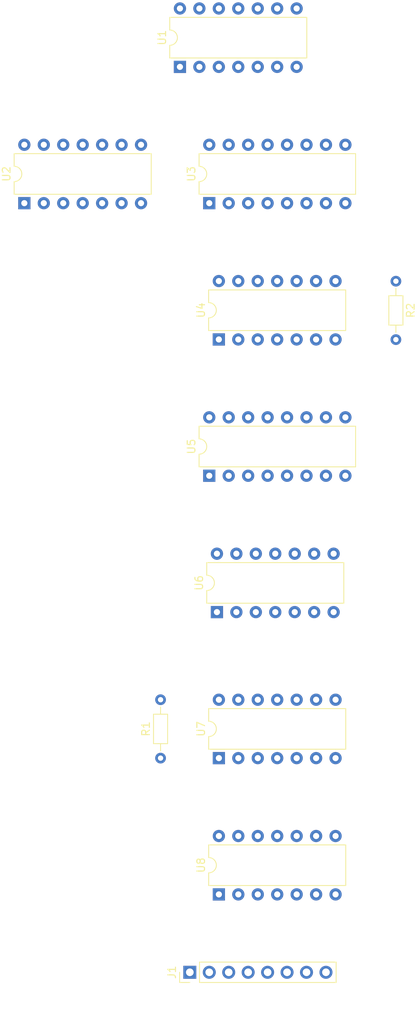
<source format=kicad_pcb>
(kicad_pcb (version 20211014) (generator pcbnew)
  (layers (0 "F.Cu" mixed) (31 "B.Cu" mixed) (36 "B.SilkS" user "B.Silkscreen") (37 "F.SilkS" user "F.Silkscreen") (38 "B.Mask" user) (39 "F.Mask" user) (44 "Edge.Cuts" user))
  (net 0 "")
  (net 1 "VCC")
  (net 4 "GND")
  (net 5 "Net-(J1-Pad7)")
  (net 6 "Net-(J1-Pad4)")
  (net 7 "Net-(J1-Pad5)")
  (net 9 "Net-(U1-Pad14)")
  (net 10 "Net-(J1-Pad6)")
  (net 11 "Net-(U8-Pad13)")
  (net 13 "Net-(R2-Pad2)")
  (net 14 "Net-(U2-Pad12)")
  (net 18 "Net-(J1-Pad3)")
  (net 19 "Net-(U7-Pad11)")
  (net 20 "Net-(U1-Pad3)")
  (net 21 "Net-(U3-Pad10)")
  (net 24 "Net-(U2-Pad10)")
  (net 25 "Net-(U2-Pad13)")
  (net 26 "Net-(U3-Pad4)")
  (net 27 "Net-(U2-Pad9)")
  (net 28 "Net-(U5-Pad2)")
  (net 29 "Net-(U5-Pad15)")
  (net 30 "Net-(U5-Pad14)")
  (net 31 "Net-(U7-Pad3)")
  (net 32 "Net-(U5-Pad13)")
  (net 33 "Net-(U4-Pad11)")
  (net 34 "Net-(U4-Pad12)")
  (net 35 "Net-(U4-Pad13)")
  (net 36 "Net-(U1-Pad1)")
  (net 37 "Net-(U1-Pad11)")
  (net 38 "Net-(U7-Pad9)")
  (footprint "Resistor_THT:R_Axial_DIN0204_L3.6mm_D1.6mm_P7.62mm_Horizontal" (layer "F.Cu") (at 134.874 68.58 -90)
    (fp_text reference "R2" (at 3.81 -1.92 90) (layer "F.SilkS"))
    (fp_text value " 15k")
    (fp_line (start 5.73 -0.92) (end 1.89 -0.92) (layer "F.SilkS") (width 0.12))
    (fp_line (start 1.89 -0.92) (end 1.89 0.92) (layer "F.SilkS") (width 0.12))
    (fp_line (start 6.68 0) (end 5.73 0) (layer "F.SilkS") (width 0.12))
    (fp_line (start 1.89 0.92) (end 5.73 0.92) (layer "F.SilkS") (width 0.12))
    (fp_line (start 5.73 0.92) (end 5.73 -0.92) (layer "F.SilkS") (width 0.12))
    (fp_line (start 0.94 0) (end 1.89 0) (layer "F.SilkS") (width 0.12))
    (pad "1" thru_hole circle (at 0 0 270) (size 1.4 1.4) (drill 0.7) (layers *.Cu *.Mask) (net 1 "VCC"))
    (pad "2" thru_hole oval (at 7.62 0 270) (size 1.4 1.4) (drill 0.7) (layers *.Cu *.Mask) (net 13 "Net-(R2-Pad2)"))
  )
  (footprint "Connector_PinHeader_2.54mm:PinHeader_1x08_P2.54mm_Vertical" (layer "F.Cu") (at 107.96 158.74 90)
    (fp_text reference "J1" (at 0 -2.33 90) (layer "F.SilkS"))
    (fp_text value "Conn_01x08_Male")
    (fp_line (start -1.33 1.27) (end -1.33 19.11) (layer "F.SilkS") (width 0.12))
    (fp_line (start -1.33 1.27) (end 1.33 1.27) (layer "F.SilkS") (width 0.12))
    (fp_line (start -1.33 19.11) (end 1.33 19.11) (layer "F.SilkS") (width 0.12))
    (fp_line (start -1.33 0) (end -1.33 -1.33) (layer "F.SilkS") (width 0.12))
    (fp_line (start 1.33 1.27) (end 1.33 19.11) (layer "F.SilkS") (width 0.12))
    (fp_line (start -1.33 -1.33) (end 0 -1.33) (layer "F.SilkS") (width 0.12))
    (pad "1" thru_hole rect (at 0 0 90) (size 1.7 1.7) (drill 1) (layers *.Cu *.Mask) (net 1 "VCC"))
    (pad "2" thru_hole oval (at 0 2.54 90) (size 1.7 1.7) (drill 1) (layers *.Cu *.Mask) (net 4 "GND"))
    (pad "3" thru_hole oval (at 0 5.08 90) (size 1.7 1.7) (drill 1) (layers *.Cu *.Mask) (net 18 "Net-(J1-Pad3)"))
    (pad "4" thru_hole oval (at 0 7.62 90) (size 1.7 1.7) (drill 1) (layers *.Cu *.Mask) (net 6 "Net-(J1-Pad4)"))
    (pad "5" thru_hole oval (at 0 10.16 90) (size 1.7 1.7) (drill 1) (layers *.Cu *.Mask) (net 7 "Net-(J1-Pad5)"))
    (pad "6" thru_hole oval (at 0 12.7 90) (size 1.7 1.7) (drill 1) (layers *.Cu *.Mask) (net 10 "Net-(J1-Pad6)"))
    (pad "7" thru_hole oval (at 0 15.24 90) (size 1.7 1.7) (drill 1) (layers *.Cu *.Mask) (net 5 "Net-(J1-Pad7)"))
    (pad "8" thru_hole oval (at 0 17.78 90) (size 1.7 1.7) (drill 1) (layers *.Cu *.Mask))
  )
  (footprint "Package_DIP:DIP-14_W7.62mm" (layer "F.Cu") (at 111.755 148.58 90)
    (fp_text reference "U8" (at 3.81 -2.33 90) (layer "F.SilkS"))
    (fp_text value "74LS74")
    (fp_line (start 1.16 -1.33) (end 1.16 16.57) (layer "F.SilkS") (width 0.12))
    (fp_line (start 2.81 -1.33) (end 1.16 -1.33) (layer "F.SilkS") (width 0.12))
    (fp_line (start 1.16 16.57) (end 6.46 16.57) (layer "F.SilkS") (width 0.12))
    (fp_line (start 6.46 16.57) (end 6.46 -1.33) (layer "F.SilkS") (width 0.12))
    (fp_line (start 6.46 -1.33) (end 4.81 -1.33) (layer "F.SilkS") (width 0.12))
    (fp_arc (start 4.81 -1.33) (mid 3.81 -0.33) (end 2.81 -1.33) (layer "F.SilkS") (width 0.12))
    (pad "1" thru_hole rect (at 0 0 90) (size 1.6 1.6) (drill 0.8) (layers *.Cu *.Mask) (net 6 "Net-(J1-Pad4)"))
    (pad "2" thru_hole oval (at 0 2.54 90) (size 1.6 1.6) (drill 0.8) (layers *.Cu *.Mask) (net 25 "Net-(U2-Pad13)"))
    (pad "3" thru_hole oval (at 0 5.08 90) (size 1.6 1.6) (drill 0.8) (layers *.Cu *.Mask) (net 7 "Net-(J1-Pad5)"))
    (pad "4" thru_hole oval (at 0 7.62 90) (size 1.6 1.6) (drill 0.8) (layers *.Cu *.Mask) (net 11 "Net-(U8-Pad13)"))
    (pad "5" thru_hole oval (at 0 10.16 90) (size 1.6 1.6) (drill 0.8) (layers *.Cu *.Mask) (net 30 "Net-(U5-Pad14)"))
    (pad "6" thru_hole oval (at 0 12.7 90) (size 1.6 1.6) (drill 0.8) (layers *.Cu *.Mask) (net 25 "Net-(U2-Pad13)"))
    (pad "7" thru_hole oval (at 0 15.24 90) (size 1.6 1.6) (drill 0.8) (layers *.Cu *.Mask) (net 4 "GND"))
    (pad "8" thru_hole oval (at 7.62 15.24 90) (size 1.6 1.6) (drill 0.8) (layers *.Cu *.Mask) (net 24 "Net-(U2-Pad10)"))
    (pad "9" thru_hole oval (at 7.62 12.7 90) (size 1.6 1.6) (drill 0.8) (layers *.Cu *.Mask) (net 31 "Net-(U7-Pad3)"))
    (pad "10" thru_hole oval (at 7.62 10.16 90) (size 1.6 1.6) (drill 0.8) (layers *.Cu *.Mask) (net 6 "Net-(J1-Pad4)"))
    (pad "11" thru_hole oval (at 7.62 7.62 90) (size 1.6 1.6) (drill 0.8) (layers *.Cu *.Mask) (net 30 "Net-(U5-Pad14)"))
    (pad "12" thru_hole oval (at 7.62 5.08 90) (size 1.6 1.6) (drill 0.8) (layers *.Cu *.Mask) (net 24 "Net-(U2-Pad10)"))
    (pad "13" thru_hole oval (at 7.62 2.54 90) (size 1.6 1.6) (drill 0.8) (layers *.Cu *.Mask) (net 11 "Net-(U8-Pad13)"))
    (pad "14" thru_hole oval (at 7.62 0 90) (size 1.6 1.6) (drill 0.8) (layers *.Cu *.Mask) (net 1 "VCC"))
  )
  (footprint "Package_DIP:DIP-14_W7.62mm" (layer "F.Cu") (at 111.75 76.18 90)
    (fp_text reference "U4" (at 3.81 -2.33 90) (layer "F.SilkS"))
    (fp_text value "74LS00")
    (fp_line (start 6.46 16.57) (end 6.46 -1.33) (layer "F.SilkS") (width 0.12))
    (fp_line (start 1.16 16.57) (end 6.46 16.57) (layer "F.SilkS") (width 0.12))
    (fp_line (start 6.46 -1.33) (end 4.81 -1.33) (layer "F.SilkS") (width 0.12))
    (fp_line (start 2.81 -1.33) (end 1.16 -1.33) (layer "F.SilkS") (width 0.12))
    (fp_line (start 1.16 -1.33) (end 1.16 16.57) (layer "F.SilkS") (width 0.12))
    (fp_arc (start 4.81 -1.33) (mid 3.81 -0.33) (end 2.81 -1.33) (layer "F.SilkS") (width 0.12))
    (pad "1" thru_hole rect (at 0 0 90) (size 1.6 1.6) (drill 0.8) (layers *.Cu *.Mask) (net 6 "Net-(J1-Pad4)"))
    (pad "2" thru_hole oval (at 0 2.54 90) (size 1.6 1.6) (drill 0.8) (layers *.Cu *.Mask) (net 6 "Net-(J1-Pad4)"))
    (pad "3" thru_hole oval (at 0 5.08 90) (size 1.6 1.6) (drill 0.8) (layers *.Cu *.Mask) (net 32 "Net-(U5-Pad13)"))
    (pad "4" thru_hole oval (at 0 7.62 90) (size 1.6 1.6) (drill 0.8) (layers *.Cu *.Mask))
    (pad "5" thru_hole oval (at 0 10.16 90) (size 1.6 1.6) (drill 0.8) (layers *.Cu *.Mask))
    (pad "6" thru_hole oval (at 0 12.7 90) (size 1.6 1.6) (drill 0.8) (layers *.Cu *.Mask))
    (pad "7" thru_hole oval (at 0 15.24 90) (size 1.6 1.6) (drill 0.8) (layers *.Cu *.Mask) (net 4 "GND"))
    (pad "8" thru_hole oval (at 7.62 15.24 90) (size 1.6 1.6) (drill 0.8) (layers *.Cu *.Mask) (net 14 "Net-(U2-Pad12)"))
    (pad "9" thru_hole oval (at 7.62 12.7 90) (size 1.6 1.6) (drill 0.8) (layers *.Cu *.Mask) (net 33 "Net-(U4-Pad11)"))
    (pad "10" thru_hole oval (at 7.62 10.16 90) (size 1.6 1.6) (drill 0.8) (layers *.Cu *.Mask) (net 33 "Net-(U4-Pad11)"))
    (pad "11" thru_hole oval (at 7.62 7.62 90) (size 1.6 1.6) (drill 0.8) (layers *.Cu *.Mask) (net 33 "Net-(U4-Pad11)"))
    (pad "12" thru_hole oval (at 7.62 5.08 90) (size 1.6 1.6) (drill 0.8) (layers *.Cu *.Mask) (net 34 "Net-(U4-Pad12)"))
    (pad "13" thru_hole oval (at 7.62 2.54 90) (size 1.6 1.6) (drill 0.8) (layers *.Cu *.Mask) (net 35 "Net-(U4-Pad13)"))
    (pad "14" thru_hole oval (at 7.62 0 90) (size 1.6 1.6) (drill 0.8) (layers *.Cu *.Mask) (net 1 "VCC"))
  )
  (footprint "Package_DIP:DIP-16_W7.62mm" (layer "F.Cu") (at 110.5 58.4 90)
    (fp_text reference "U3" (at 3.81 -2.33 90) (layer "F.SilkS"))
    (fp_text value "74LS76")
    (fp_line (start 1.16 -1.33) (end 1.16 19.11) (layer "F.SilkS") (width 0.12))
    (fp_line (start 6.46 -1.33) (end 4.81 -1.33) (layer "F.SilkS") (width 0.12))
    (fp_line (start 2.81 -1.33) (end 1.16 -1.33) (layer "F.SilkS") (width 0.12))
    (fp_line (start 1.16 19.11) (end 6.46 19.11) (layer "F.SilkS") (width 0.12))
    (fp_line (start 6.46 19.11) (end 6.46 -1.33) (layer "F.SilkS") (width 0.12))
    (fp_arc (start 4.81 -1.33) (mid 3.81 -0.33) (end 2.81 -1.33) (layer "F.SilkS") (width 0.12))
    (pad "1" thru_hole rect (at 0 0 90) (size 1.6 1.6) (drill 0.8) (layers *.Cu *.Mask) (net 37 "Net-(U1-Pad11)"))
    (pad "2" thru_hole oval (at 0 2.54 90) (size 1.6 1.6) (drill 0.8) (layers *.Cu *.Mask) (net 6 "Net-(J1-Pad4)"))
    (pad "3" thru_hole oval (at 0 5.08 90) (size 1.6 1.6) (drill 0.8) (layers *.Cu *.Mask) (net 26 "Net-(U3-Pad4)"))
    (pad "4" thru_hole oval (at 0 7.62 90) (size 1.6 1.6) (drill 0.8) (layers *.Cu *.Mask) (net 26 "Net-(U3-Pad4)"))
    (pad "5" thru_hole oval (at 0 10.16 90) (size 1.6 1.6) (drill 0.8) (layers *.Cu *.Mask) (net 4 "GND"))
    (pad "6" thru_hole oval (at 0 12.7 90) (size 1.6 1.6) (drill 0.8) (layers *.Cu *.Mask) (net 9 "Net-(U1-Pad14)"))
    (pad "7" thru_hole oval (at 0 15.24 90) (size 1.6 1.6) (drill 0.8) (layers *.Cu *.Mask) (net 13 "Net-(R2-Pad2)"))
    (pad "8" thru_hole oval (at 0 17.78 90) (size 1.6 1.6) (drill 0.8) (layers *.Cu *.Mask) (net 6 "Net-(J1-Pad4)"))
    (pad "9" thru_hole oval (at 7.62 17.78 90) (size 1.6 1.6) (drill 0.8) (layers *.Cu *.Mask) (net 20 "Net-(U1-Pad3)"))
    (pad "10" thru_hole oval (at 7.62 15.24 90) (size 1.6 1.6) (drill 0.8) (layers *.Cu *.Mask) (net 21 "Net-(U3-Pad10)"))
    (pad "11" thru_hole oval (at 7.62 12.7 90) (size 1.6 1.6) (drill 0.8) (layers *.Cu *.Mask))
    (pad "12" thru_hole oval (at 7.62 10.16 90) (size 1.6 1.6) (drill 0.8) (layers *.Cu *.Mask) (net 4 "GND"))
    (pad "13" thru_hole oval (at 7.62 7.62 90) (size 1.6 1.6) (drill 0.8) (layers *.Cu *.Mask) (net 1 "VCC"))
    (pad "14" thru_hole oval (at 7.62 5.08 90) (size 1.6 1.6) (drill 0.8) (layers *.Cu *.Mask) (net 27 "Net-(U2-Pad9)"))
    (pad "15" thru_hole oval (at 7.62 2.54 90) (size 1.6 1.6) (drill 0.8) (layers *.Cu *.Mask) (net 20 "Net-(U1-Pad3)"))
    (pad "16" thru_hole oval (at 7.62 0 90) (size 1.6 1.6) (drill 0.8) (layers *.Cu *.Mask) (net 21 "Net-(U3-Pad10)"))
  )
  (footprint "Package_DIP:DIP-14_W7.62mm" (layer "F.Cu") (at 86.35 58.4 90)
    (fp_text reference "U2" (at 3.81 -2.33 90) (layer "F.SilkS"))
    (fp_text value "74LS40")
    (fp_line (start 2.81 -1.33) (end 1.16 -1.33) (layer "F.SilkS") (width 0.12))
    (fp_line (start 1.16 -1.33) (end 1.16 16.57) (layer "F.SilkS") (width 0.12))
    (fp_line (start 1.16 16.57) (end 6.46 16.57) (layer "F.SilkS") (width 0.12))
    (fp_line (start 6.46 16.57) (end 6.46 -1.33) (layer "F.SilkS") (width 0.12))
    (fp_line (start 6.46 -1.33) (end 4.81 -1.33) (layer "F.SilkS") (width 0.12))
    (fp_arc (start 4.81 -1.33) (mid 3.81 -0.33) (end 2.81 -1.33) (layer "F.SilkS") (width 0.12))
    (pad "1" thru_hole rect (at 0 0 90) (size 1.6 1.6) (drill 0.8) (layers *.Cu *.Mask) (net 20 "Net-(U1-Pad3)"))
    (pad "2" thru_hole oval (at 0 2.54 90) (size 1.6 1.6) (drill 0.8) (layers *.Cu *.Mask) (net 14 "Net-(U2-Pad12)"))
    (pad "3" thru_hole oval (at 0 5.08 90) (size 1.6 1.6) (drill 0.8) (layers *.Cu *.Mask))
    (pad "4" thru_hole oval (at 0 7.62 90) (size 1.6 1.6) (drill 0.8) (layers *.Cu *.Mask) (net 6 "Net-(J1-Pad4)"))
    (pad "5" thru_hole oval (at 0 10.16 90) (size 1.6 1.6) (drill 0.8) (layers *.Cu *.Mask) (net 25 "Net-(U2-Pad13)"))
    (pad "6" thru_hole oval (at 0 12.7 90) (size 1.6 1.6) (drill 0.8) (layers *.Cu *.Mask) (net 10 "Net-(J1-Pad6)"))
    (pad "7" thru_hole oval (at 0 15.24 90) (size 1.6 1.6) (drill 0.8) (layers *.Cu *.Mask) (net 4 "GND"))
    (pad "8" thru_hole oval (at 7.62 15.24 90) (size 1.6 1.6) (drill 0.8) (layers *.Cu *.Mask) (net 5 "Net-(J1-Pad7)"))
    (pad "9" thru_hole oval (at 7.62 12.7 90) (size 1.6 1.6) (drill 0.8) (layers *.Cu *.Mask) (net 27 "Net-(U2-Pad9)"))
    (pad "10" thru_hole oval (at 7.62 10.16 90) (size 1.6 1.6) (drill 0.8) (layers *.Cu *.Mask) (net 24 "Net-(U2-Pad10)"))
    (pad "11" thru_hole oval (at 7.62 7.62 90) (size 1.6 1.6) (drill 0.8) (layers *.Cu *.Mask))
    (pad "12" thru_hole oval (at 7.62 5.08 90) (size 1.6 1.6) (drill 0.8) (layers *.Cu *.Mask) (net 14 "Net-(U2-Pad12)"))
    (pad "13" thru_hole oval (at 7.62 2.54 90) (size 1.6 1.6) (drill 0.8) (layers *.Cu *.Mask) (net 25 "Net-(U2-Pad13)"))
    (pad "14" thru_hole oval (at 7.62 0 90) (size 1.6 1.6) (drill 0.8) (layers *.Cu *.Mask) (net 1 "VCC"))
  )
  (footprint "Package_DIP:DIP-14_W7.62mm" (layer "F.Cu") (at 111.755 130.8 90)
    (fp_text reference "U7" (at 3.81 -2.33 90) (layer "F.SilkS"))
    (fp_text value "74LS74")
    (fp_line (start 1.16 16.57) (end 6.46 16.57) (layer "F.SilkS") (width 0.12))
    (fp_line (start 6.46 -1.33) (end 4.81 -1.33) (layer "F.SilkS") (width 0.12))
    (fp_line (start 2.81 -1.33) (end 1.16 -1.33) (layer "F.SilkS") (width 0.12))
    (fp_line (start 6.46 16.57) (end 6.46 -1.33) (layer "F.SilkS") (width 0.12))
    (fp_line (start 1.16 -1.33) (end 1.16 16.57) (layer "F.SilkS") (width 0.12))
    (fp_arc (start 4.81 -1.33) (mid 3.81 -0.33) (end 2.81 -1.33) (layer "F.SilkS") (width 0.12))
    (pad "1" thru_hole rect (at 0 0 90) (size 1.6 1.6) (drill 0.8) (layers *.Cu *.Mask) (net 6 "Net-(J1-Pad4)"))
    (pad "2" thru_hole oval (at 0 2.54 90) (size 1.6 1.6) (drill 0.8) (layers *.Cu *.Mask) (net 35 "Net-(U4-Pad13)"))
    (pad "3" thru_hole oval (at 0 5.08 90) (size 1.6 1.6) (drill 0.8) (layers *.Cu *.Mask) (net 31 "Net-(U7-Pad3)"))
    (pad "4" thru_hole oval (at 0 7.62 90) (size 1.6 1.6) (drill 0.8) (layers *.Cu *.Mask) (net 11 "Net-(U8-Pad13)"))
    (pad "5" thru_hole oval (at 0 10.16 90) (size 1.6 1.6) (drill 0.8) (layers *.Cu *.Mask) (net 19 "Net-(U7-Pad11)"))
    (pad "6" thru_hole oval (at 0 12.7 90) (size 1.6 1.6) (drill 0.8) (layers *.Cu *.Mask) (net 35 "Net-(U4-Pad13)"))
    (pad "7" thru_hole oval (at 0 15.24 90) (size 1.6 1.6) (drill 0.8) (layers *.Cu *.Mask) (net 4 "GND"))
    (pad "8" thru_hole oval (at 7.62 15.24 90) (size 1.6 1.6) (drill 0.8) (layers *.Cu *.Mask) (net 34 "Net-(U4-Pad12)"))
    (pad "9" thru_hole oval (at 7.62 12.7 90) (size 1.6 1.6) (drill 0.8) (layers *.Cu *.Mask) (net 38 "Net-(U7-Pad9)"))
    (pad "10" thru_hole oval (at 7.62 10.16 90) (size 1.6 1.6) (drill 0.8) (layers *.Cu *.Mask) (net 6 "Net-(J1-Pad4)"))
    (pad "11" thru_hole oval (at 7.62 7.62 90) (size 1.6 1.6) (drill 0.8) (layers *.Cu *.Mask) (net 19 "Net-(U7-Pad11)"))
    (pad "12" thru_hole oval (at 7.62 5.08 90) (size 1.6 1.6) (drill 0.8) (layers *.Cu *.Mask) (net 34 "Net-(U4-Pad12)"))
    (pad "13" thru_hole oval (at 7.62 2.54 90) (size 1.6 1.6) (drill 0.8) (layers *.Cu *.Mask) (net 11 "Net-(U8-Pad13)"))
    (pad "14" thru_hole oval (at 7.62 0 90) (size 1.6 1.6) (drill 0.8) (layers *.Cu *.Mask) (net 1 "VCC"))
  )
  (footprint "Resistor_THT:R_Axial_DIN0204_L3.6mm_D1.6mm_P7.62mm_Horizontal" (layer "F.Cu") (at 104.14 130.8 90)
    (fp_text reference "R1" (at 3.81 -1.92 90) (layer "F.SilkS"))
    (fp_text value "15k")
    (fp_line (start 5.73 -0.92) (end 1.89 -0.92) (layer "F.SilkS") (width 0.12))
    (fp_line (start 1.89 -0.92) (end 1.89 0.92) (layer "F.SilkS") (width 0.12))
    (fp_line (start 1.89 0.92) (end 5.73 0.92) (layer "F.SilkS") (width 0.12))
    (fp_line (start 0.94 0) (end 1.89 0) (layer "F.SilkS") (width 0.12))
    (fp_line (start 6.68 0) (end 5.73 0) (layer "F.SilkS") (width 0.12))
    (fp_line (start 5.73 0.92) (end 5.73 -0.92) (layer "F.SilkS") (width 0.12))
    (pad "1" thru_hole circle (at 0 0 90) (size 1.4 1.4) (drill 0.7) (layers *.Cu *.Mask) (net 1 "VCC"))
    (pad "2" thru_hole oval (at 7.62 0 90) (size 1.4 1.4) (drill 0.7) (layers *.Cu *.Mask) (net 11 "Net-(U8-Pad13)"))
  )
  (footprint "Package_DIP:DIP-14_W7.62mm" (layer "F.Cu") (at 111.501 111.75 90)
    (fp_text reference "U6" (at 3.81 -2.33 90) (layer "F.SilkS"))
    (fp_text value "7451")
    (fp_line (start 1.16 -1.33) (end 1.16 16.57) (layer "F.SilkS") (width 0.12))
    (fp_line (start 1.16 16.57) (end 6.46 16.57) (layer "F.SilkS") (width 0.12))
    (fp_line (start 2.81 -1.33) (end 1.16 -1.33) (layer "F.SilkS") (width 0.12))
    (fp_line (start 6.46 16.57) (end 6.46 -1.33) (layer "F.SilkS") (width 0.12))
    (fp_line (start 6.46 -1.33) (end 4.81 -1.33) (layer "F.SilkS") (width 0.12))
    (fp_arc (start 4.81 -1.33) (mid 3.81 -0.33) (end 2.81 -1.33) (layer "F.SilkS") (width 0.12))
    (pad "1" thru_hole rect (at 0 0 90) (size 1.6 1.6) (drill 0.8) (layers *.Cu *.Mask) (net 34 "Net-(U4-Pad12)"))
    (pad "2" thru_hole oval (at 0 2.54 90) (size 1.6 1.6) (drill 0.8) (layers *.Cu *.Mask) (net 31 "Net-(U7-Pad3)"))
    (pad "3" thru_hole oval (at 0 5.08 90) (size 1.6 1.6) (drill 0.8) (layers *.Cu *.Mask) (net 38 "Net-(U7-Pad9)"))
    (pad "4" thru_hole oval (at 0 7.62 90) (size 1.6 1.6) (drill 0.8) (layers *.Cu *.Mask) (net 34 "Net-(U4-Pad12)"))
    (pad "5" thru_hole oval (at 0 10.16 90) (size 1.6 1.6) (drill 0.8) (layers *.Cu *.Mask) (net 24 "Net-(U2-Pad10)"))
    (pad "6" thru_hole oval (at 0 12.7 90) (size 1.6 1.6) (drill 0.8) (layers *.Cu *.Mask) (net 29 "Net-(U5-Pad15)"))
    (pad "7" thru_hole oval (at 0 15.24 90) (size 1.6 1.6) (drill 0.8) (layers *.Cu *.Mask) (net 4 "GND"))
    (pad "8" thru_hole oval (at 7.62 15.24 90) (size 1.6 1.6) (drill 0.8) (layers *.Cu *.Mask) (net 28 "Net-(U5-Pad2)"))
    (pad "9" thru_hole oval (at 7.62 12.7 90) (size 1.6 1.6) (drill 0.8) (layers *.Cu *.Mask) (net 24 "Net-(U2-Pad10)"))
    (pad "10" thru_hole oval (at 7.62 10.16 90) (size 1.6 1.6) (drill 0.8) (layers *.Cu *.Mask) (net 38 "Net-(U7-Pad9)"))
    (pad "11" thru_hole oval (at 7.62 7.62 90) (size 1.6 1.6) (drill 0.8) (layers *.Cu *.Mask))
    (pad "12" thru_hole oval (at 7.62 5.08 90) (size 1.6 1.6) (drill 0.8) (layers *.Cu *.Mask))
    (pad "13" thru_hole oval (at 7.62 2.54 90) (size 1.6 1.6) (drill 0.8) (layers *.Cu *.Mask) (net 35 "Net-(U4-Pad13)"))
    (pad "14" thru_hole oval (at 7.62 0 90) (size 1.6 1.6) (drill 0.8) (layers *.Cu *.Mask) (net 1 "VCC"))
  )
  (footprint "Package_DIP:DIP-16_W7.62mm" (layer "F.Cu") (at 110.5 93.96 90)
    (fp_text reference "U5" (at 3.81 -2.33 90) (layer "F.SilkS"))
    (fp_text value "74167")
    (fp_line (start 1.16 19.11) (end 6.46 19.11) (layer "F.SilkS") (width 0.12))
    (fp_line (start 6.46 19.11) (end 6.46 -1.33) (layer "F.SilkS") (width 0.12))
    (fp_line (start 2.81 -1.33) (end 1.16 -1.33) (layer "F.SilkS") (width 0.12))
    (fp_line (start 1.16 -1.33) (end 1.16 19.11) (layer "F.SilkS") (width 0.12))
    (fp_line (start 6.46 -1.33) (end 4.81 -1.33) (layer "F.SilkS") (width 0.12))
    (fp_arc (start 4.81 -1.33) (mid 3.81 -0.33) (end 2.81 -1.33) (layer "F.SilkS") (width 0.12))
    (pad "1" thru_hole rect (at 0 0 90) (size 1.6 1.6) (drill 0.8) (layers *.Cu *.Mask))
    (pad "2" thru_hole oval (at 0 2.54 90) (size 1.6 1.6) (drill 0.8) (layers *.Cu *.Mask) (net 28 "Net-(U5-Pad2)"))
    (pad "3" thru_hole oval (at 0 5.08 90) (size 1.6 1.6) (drill 0.8) (layers *.Cu *.Mask) (net 4 "GND"))
    (pad "4" thru_hole oval (at 0 7.62 90) (size 1.6 1.6) (drill 0.8) (layers *.Cu *.Mask) (net 4 "GND"))
    (pad "5" thru_hole oval (at 0 10.16 90) (size 1.6 1.6) (drill 0.8) (layers *.Cu *.Mask) (net 9 "Net-(U1-Pad14)"))
    (pad "6" thru_hole oval (at 0 12.7 90) (size 1.6 1.6) (drill 0.8) (layers *.Cu *.Mask))
    (pad "7" thru_hole oval (at 0 15.24 90) (size 1.6 1.6) (drill 0.8) (layers *.Cu *.Mask))
    (pad "8" thru_hole oval (at 0 17.78 90) (size 1.6 1.6) (drill 0.8) (layers *.Cu *.Mask) (net 4 "GND"))
    (pad "9" thru_hole oval (at 7.62 17.78 90) (size 1.6 1.6) (drill 0.8) (layers *.Cu *.Mask) (net 18 "Net-(J1-Pad3)"))
    (pad "10" thru_hole oval (at 7.62 15.24 90) (size 1.6 1.6) (drill 0.8) (layers *.Cu *.Mask) (net 4 "GND"))
    (pad "11" thru_hole oval (at 7.62 12.7 90) (size 1.6 1.6) (drill 0.8) (layers *.Cu *.Mask) (net 4 "GND"))
    (pad "12" thru_hole oval (at 7.62 10.16 90) (size 1.6 1.6) (drill 0.8) (layers *.Cu *.Mask) (net 4 "GND"))
    (pad "13" thru_hole oval (at 7.62 7.62 90) (size 1.6 1.6) (drill 0.8) (layers *.Cu *.Mask) (net 32 "Net-(U5-Pad13)"))
    (pad "14" thru_hole oval (at 7.62 5.08 90) (size 1.6 1.6) (drill 0.8) (layers *.Cu *.Mask) (net 30 "Net-(U5-Pad14)"))
    (pad "15" thru_hole oval (at 7.62 2.54 90) (size 1.6 1.6) (drill 0.8) (layers *.Cu *.Mask) (net 29 "Net-(U5-Pad15)"))
    (pad "16" thru_hole oval (at 7.62 0 90) (size 1.6 1.6) (drill 0.8) (layers *.Cu *.Mask) (net 1 "VCC"))
  )
  (footprint "Package_DIP:DIP-14_W7.62mm" (layer "F.Cu") (at 106.67 40.62 90)
    (fp_text reference "U1" (at 3.81 -2.33 90) (layer "F.SilkS"))
    (fp_text value "74LS90")
    (fp_line (start 1.16 -1.33) (end 1.16 16.57) (layer "F.SilkS") (width 0.12))
    (fp_line (start 6.46 16.57) (end 6.46 -1.33) (layer "F.SilkS") (width 0.12))
    (fp_line (start 2.81 -1.33) (end 1.16 -1.33) (layer "F.SilkS") (width 0.12))
    (fp_line (start 6.46 -1.33) (end 4.81 -1.33) (layer "F.SilkS") (width 0.12))
    (fp_line (start 1.16 16.57) (end 6.46 16.57) (layer "F.SilkS") (width 0.12))
    (fp_arc (start 4.81 -1.33) (mid 3.81 -0.33) (end 2.81 -1.33) (layer "F.SilkS") (width 0.12))
    (pad "1" thru_hole rect (at 0 0 90) (size 1.6 1.6) (drill 0.8) (layers *.Cu *.Mask) (net 36 "Net-(U1-Pad1)"))
    (pad "2" thru_hole oval (at 0 2.54 90) (size 1.6 1.6) (drill 0.8) (layers *.Cu *.Mask) (net 20 "Net-(U1-Pad3)"))
    (pad "3" thru_hole oval (at 0 5.08 90) (size 1.6 1.6) (drill 0.8) (layers *.Cu *.Mask) (net 20 "Net-(U1-Pad3)"))
    (pad "4" thru_hole oval (at 0 7.62 90) (size 1.6 1.6) (drill 0.8) (layers *.Cu *.Mask))
    (pad "5" thru_hole oval (at 0 10.16 90) (size 1.6 1.6) (drill 0.8) (layers *.Cu *.Mask) (net 1 "VCC"))
    (pad "6" thru_hole oval (at 0 12.7 90) (size 1.6 1.6) (drill 0.8) (layers *.Cu *.Mask) (net 4 "GND"))
    (pad "7" thru_hole oval (at 0 15.24 90) (size 1.6 1.6) (drill 0.8) (layers *.Cu *.Mask) (net 4 "GND"))
    (pad "8" thru_hole oval (at 7.62 15.24 90) (size 1.6 1.6) (drill 0.8) (layers *.Cu *.Mask))
    (pad "9" thru_hole oval (at 7.62 12.7 90) (size 1.6 1.6) (drill 0.8) (layers *.Cu *.Mask))
    (pad "10" thru_hole oval (at 7.62 10.16 90) (size 1.6 1.6) (drill 0.8) (layers *.Cu *.Mask) (net 4 "GND"))
    (pad "11" thru_hole oval (at 7.62 7.62 90) (size 1.6 1.6) (drill 0.8) (layers *.Cu *.Mask) (net 37 "Net-(U1-Pad11)"))
    (pad "12" thru_hole oval (at 7.62 5.08 90) (size 1.6 1.6) (drill 0.8) (layers *.Cu *.Mask) (net 36 "Net-(U1-Pad1)"))
    (pad "13" thru_hole oval (at 7.62 2.54 90) (size 1.6 1.6) (drill 0.8) (layers *.Cu *.Mask))
    (pad "14" thru_hole oval (at 7.62 0 90) (size 1.6 1.6) (drill 0.8) (layers *.Cu *.Mask) (net 9 "Net-(U1-Pad14)"))
  )
)
</source>
